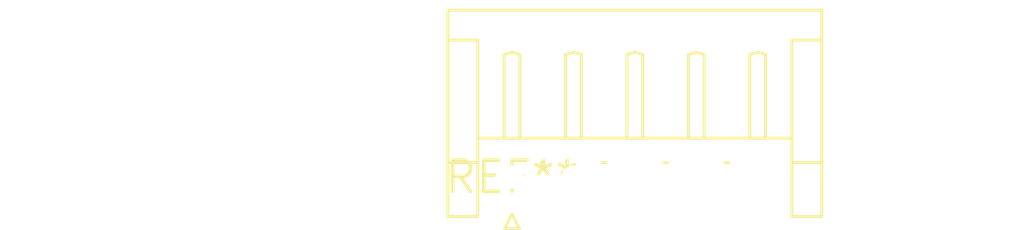
<source format=kicad_pcb>
(kicad_pcb (version 20240108) (generator pcbnew)
  (layers (0 "F.Cu" signal) (31 "B.Cu" signal) (34 "B.Paste" user) (35 "F.Paste" user) (36 "B.SilkS" user "B.Silkscreen") (37 "F.SilkS" user "F.Silkscreen") (38 "B.Mask" user) (39 "F.Mask" user) (44 "Edge.Cuts" user))
  (net 0 "")
  (footprint "JST_EH_S5B-EH_1x05_P2.50mm_Horizontal" (layer "F.Cu") (at 0 0)
    (property "Reference" "REF**")
    (property "Value" "JST_EH_S5B-EH_1x05_P2.50mm_Horizontal")
    (fp_line (start -2.61 -6.81) (end 12.61 -6.81) (layer "F.SilkS") (stroke (width 0.12)))
    (fp_line (start -2.61 -5.59) (end -1.39 -5.59) (layer "F.SilkS") (stroke (width 0.12)))
    (fp_line (start -2.61 1.61) (end -2.61 -6.81) (layer "F.SilkS") (stroke (width 0.12)))
    (fp_line (start -1.39 -5.59) (end -1.39 -0.59) (layer "F.SilkS") (stroke (width 0.12)))
    (fp_line (start -1.39 -1.59) (end 11.39 -1.59) (layer "F.SilkS") (stroke (width 0.12)))
    (fp_line (start -1.39 -0.59) (end -2.61 -0.59) (layer "F.SilkS") (stroke (width 0.12)))
    (fp_line (start -1.39 -0.59) (end -1.39 1.61) (layer "F.SilkS") (stroke (width 0.12)))
    (fp_line (start -1.39 1.61) (end -2.61 1.61) (layer "F.SilkS") (stroke (width 0.12)))
    (fp_line (start -0.32 -5.01) (end 0 -5.09) (layer "F.SilkS") (stroke (width 0.12)))
    (fp_line (start -0.32 -1.59) (end -0.32 -5.01) (layer "F.SilkS") (stroke (width 0.12)))
    (fp_line (start -0.3 2.1) (end 0.3 2.1) (layer "F.SilkS") (stroke (width 0.12)))
    (fp_line (start 0 -5.09) (end 0.32 -5.01) (layer "F.SilkS") (stroke (width 0.12)))
    (fp_line (start 0 -1.59) (end -0.32 -1.59) (layer "F.SilkS") (stroke (width 0.12)))
    (fp_line (start 0 1.5) (end -0.3 2.1) (layer "F.SilkS") (stroke (width 0.12)))
    (fp_line (start 0.3 2.1) (end 0 1.5) (layer "F.SilkS") (stroke (width 0.12)))
    (fp_line (start 0.32 -5.01) (end 0.32 -1.59) (layer "F.SilkS") (stroke (width 0.12)))
    (fp_line (start 0.32 -1.59) (end 0 -1.59) (layer "F.SilkS") (stroke (width 0.12)))
    (fp_line (start 1.17 -0.59) (end 1.33 -0.59) (layer "F.SilkS") (stroke (width 0.12)))
    (fp_line (start 2.18 -5.01) (end 2.5 -5.09) (layer "F.SilkS") (stroke (width 0.12)))
    (fp_line (start 2.18 -1.59) (end 2.18 -5.01) (layer "F.SilkS") (stroke (width 0.12)))
    (fp_line (start 2.5 -5.09) (end 2.82 -5.01) (layer "F.SilkS") (stroke (width 0.12)))
    (fp_line (start 2.5 -1.59) (end 2.18 -1.59) (layer "F.SilkS") (stroke (width 0.12)))
    (fp_line (start 2.82 -5.01) (end 2.82 -1.59) (layer "F.SilkS") (stroke (width 0.12)))
    (fp_line (start 2.82 -1.59) (end 2.5 -1.59) (layer "F.SilkS") (stroke (width 0.12)))
    (fp_line (start 3.67 -0.59) (end 3.83 -0.59) (layer "F.SilkS") (stroke (width 0.12)))
    (fp_line (start 4.68 -5.01) (end 5 -5.09) (layer "F.SilkS") (stroke (width 0.12)))
    (fp_line (start 4.68 -1.59) (end 4.68 -5.01) (layer "F.SilkS") (stroke (width 0.12)))
    (fp_line (start 5 -5.09) (end 5.32 -5.01) (layer "F.SilkS") (stroke (width 0.12)))
    (fp_line (start 5 -1.59) (end 4.68 -1.59) (layer "F.SilkS") (stroke (width 0.12)))
    (fp_line (start 5.32 -5.01) (end 5.32 -1.59) (layer "F.SilkS") (stroke (width 0.12)))
    (fp_line (start 5.32 -1.59) (end 5 -1.59) (layer "F.SilkS") (stroke (width 0.12)))
    (fp_line (start 6.17 -0.59) (end 6.33 -0.59) (layer "F.SilkS") (stroke (width 0.12)))
    (fp_line (start 7.18 -5.01) (end 7.5 -5.09) (layer "F.SilkS") (stroke (width 0.12)))
    (fp_line (start 7.18 -1.59) (end 7.18 -5.01) (layer "F.SilkS") (stroke (width 0.12)))
    (fp_line (start 7.5 -5.09) (end 7.82 -5.01) (layer "F.SilkS") (stroke (width 0.12)))
    (fp_line (start 7.5 -1.59) (end 7.18 -1.59) (layer "F.SilkS") (stroke (width 0.12)))
    (fp_line (start 7.82 -5.01) (end 7.82 -1.59) (layer "F.SilkS") (stroke (width 0.12)))
    (fp_line (start 7.82 -1.59) (end 7.5 -1.59) (layer "F.SilkS") (stroke (width 0.12)))
    (fp_line (start 8.67 -0.59) (end 8.83 -0.59) (layer "F.SilkS") (stroke (width 0.12)))
    (fp_line (start 9.68 -5.01) (end 10 -5.09) (layer "F.SilkS") (stroke (width 0.12)))
    (fp_line (start 9.68 -1.59) (end 9.68 -5.01) (layer "F.SilkS") (stroke (width 0.12)))
    (fp_line (start 10 -5.09) (end 10.32 -5.01) (layer "F.SilkS") (stroke (width 0.12)))
    (fp_line (start 10 -1.59) (end 9.68 -1.59) (layer "F.SilkS") (stroke (width 0.12)))
    (fp_line (start 10.32 -5.01) (end 10.32 -1.59) (layer "F.SilkS") (stroke (width 0.12)))
    (fp_line (start 10.32 -1.59) (end 10 -1.59) (layer "F.SilkS") (stroke (width 0.12)))
    (fp_line (start 11.39 -5.59) (end 11.39 -0.59) (layer "F.SilkS") (stroke (width 0.12)))
    (fp_line (start 11.39 -0.59) (end 12.61 -0.59) (layer "F.SilkS") (stroke (width 0.12)))
    (fp_line (start 11.39 1.61) (end 11.39 -0.59) (layer "F.SilkS") (stroke (width 0.12)))
    (fp_line (start 12.61 -6.81) (end 12.61 1.61) (layer "F.SilkS") (stroke (width 0.12)))
    (fp_line (start 12.61 -5.59) (end 11.39 -5.59) (layer "F.SilkS") (stroke (width 0.12)))
    (fp_line (start 12.61 1.61) (end 11.39 1.61) (layer "F.SilkS") (stroke (width 0.12)))
    (pad "1" thru_hole roundrect (at 0 0) (size 1.7 1.95) (drill 0.95) (layers *.Cu *.Mask) (remove_unused_layers) (roundrect_rratio 0.147059))
    (pad "2" thru_hole oval (at 2.5 0) (size 1.7 1.95) (drill 0.95) (layers *.Cu *.Mask) (remove_unused_layers))
    (pad "3" thru_hole oval (at 5 0) (size 1.7 1.95) (drill 0.95) (layers *.Cu *.Mask) (remove_unused_layers))
    (pad "4" thru_hole oval (at 7.5 0) (size 1.7 1.95) (drill 0.95) (layers *.Cu *.Mask) (remove_unused_layers))
    (pad "5" thru_hole oval (at 10 0) (size 1.7 1.95) (drill 0.95) (layers *.Cu *.Mask) (remove_unused_layers))
  )
)
</source>
